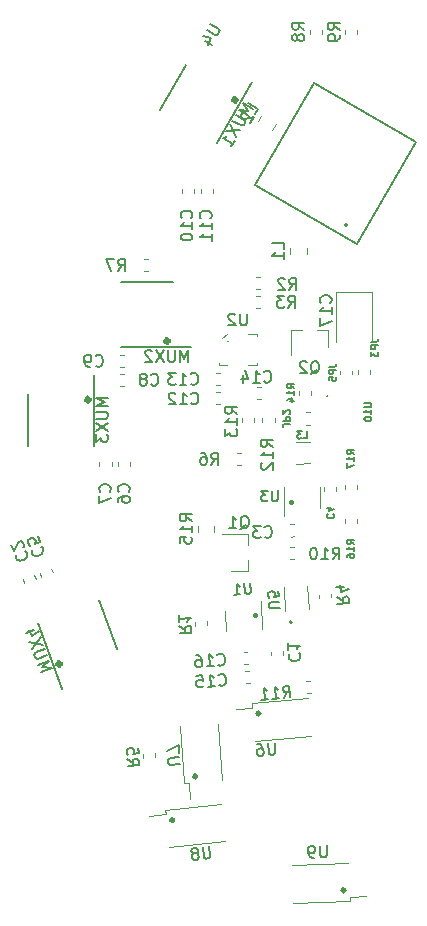
<source format=gbo>
G04 #@! TF.GenerationSoftware,KiCad,Pcbnew,(5.0.0)*
G04 #@! TF.CreationDate,2020-01-29T13:40:05+01:00*
G04 #@! TF.ProjectId,Insole_PCB,496E736F6C655F5043422E6B69636164,rev?*
G04 #@! TF.SameCoordinates,Original*
G04 #@! TF.FileFunction,Legend,Bot*
G04 #@! TF.FilePolarity,Positive*
%FSLAX46Y46*%
G04 Gerber Fmt 4.6, Leading zero omitted, Abs format (unit mm)*
G04 Created by KiCad (PCBNEW (5.0.0)) date 01/29/20 13:40:05*
%MOMM*%
%LPD*%
G01*
G04 APERTURE LIST*
%ADD10C,0.120000*%
%ADD11C,0.400000*%
%ADD12C,0.200000*%
%ADD13C,0.100000*%
%ADD14C,0.150000*%
%ADD15C,0.300000*%
G04 APERTURE END LIST*
D10*
G04 #@! TO.C,R4*
X152709340Y-177323900D02*
X152732050Y-177648665D01*
X153726856Y-177252749D02*
X153749566Y-177577514D01*
G04 #@! TO.C,C3*
X150603306Y-171387944D02*
X150277798Y-171393626D01*
X150621108Y-172407788D02*
X150295600Y-172413470D01*
D11*
G04 #@! TO.C,U3*
X150296579Y-169527226D02*
G75*
G03X150296579Y-169527226I0J0D01*
G01*
D10*
X149714325Y-168257194D02*
X149756734Y-170686824D01*
X152814574Y-169963347D02*
X152783857Y-168203615D01*
G04 #@! TO.C,L3*
X150727599Y-164421353D02*
X151931544Y-164400338D01*
X150759362Y-166241076D02*
X151963307Y-166220061D01*
D12*
G04 #@! TO.C,U2*
X145019453Y-155830707D02*
G75*
G03X145019453Y-155830707I0J0D01*
G01*
D13*
X147419453Y-155230707D02*
X147419453Y-155450707D01*
X146699453Y-155230707D02*
X147419453Y-155230707D01*
X147419453Y-157930707D02*
X146699453Y-157930707D01*
X147419453Y-157710707D02*
X147419453Y-157930707D01*
X144219453Y-157930707D02*
X144219453Y-157710707D01*
X144219453Y-157930707D02*
X144939453Y-157930707D01*
X144519453Y-155630707D02*
X144869453Y-155280707D01*
D10*
G04 #@! TO.C,C1*
X148599340Y-182153900D02*
X148622050Y-182478665D01*
X149616856Y-182082749D02*
X149639566Y-182407514D01*
G04 #@! TO.C,C2*
X127634536Y-176052175D02*
X127745883Y-176358099D01*
X128593023Y-175703315D02*
X128704370Y-176009239D01*
G04 #@! TO.C,C4*
X153118690Y-168214854D02*
X153124372Y-168540362D01*
X154138534Y-168197052D02*
X154144216Y-168522560D01*
G04 #@! TO.C,C5*
X129084536Y-175502175D02*
X129195883Y-175808099D01*
X130043023Y-175153315D02*
X130154370Y-175459239D01*
G04 #@! TO.C,C6*
X136729453Y-166430986D02*
X136729453Y-166105428D01*
X135709453Y-166430986D02*
X135709453Y-166105428D01*
G04 #@! TO.C,C7*
X135129453Y-166443486D02*
X135129453Y-166117928D01*
X134109453Y-166443486D02*
X134109453Y-166117928D01*
G04 #@! TO.C,C8*
X136169732Y-158670707D02*
X135844174Y-158670707D01*
X136169732Y-159690707D02*
X135844174Y-159690707D01*
G04 #@! TO.C,C9*
X136169732Y-157070707D02*
X135844174Y-157070707D01*
X136169732Y-158090707D02*
X135844174Y-158090707D01*
G04 #@! TO.C,C10*
X142104453Y-143305986D02*
X142104453Y-142980428D01*
X141084453Y-143305986D02*
X141084453Y-142980428D01*
G04 #@! TO.C,C11*
X143729453Y-143318486D02*
X143729453Y-142992928D01*
X142709453Y-143318486D02*
X142709453Y-142992928D01*
G04 #@! TO.C,C12*
X143969174Y-161190707D02*
X144294732Y-161190707D01*
X143969174Y-160170707D02*
X144294732Y-160170707D01*
G04 #@! TO.C,C13*
X143969174Y-159590707D02*
X144294732Y-159590707D01*
X143969174Y-158570707D02*
X144294732Y-158570707D01*
G04 #@! TO.C,C14*
X147782232Y-159770707D02*
X147456674Y-159770707D01*
X147782232Y-160790707D02*
X147456674Y-160790707D01*
G04 #@! TO.C,L1*
X151659453Y-148486959D02*
X151659453Y-147964455D01*
X150239453Y-148486959D02*
X150239453Y-147964455D01*
G04 #@! TO.C,L2*
X148753705Y-137971958D02*
X149014957Y-137519456D01*
X147523949Y-137261958D02*
X147785201Y-136809456D01*
D11*
G04 #@! TO.C,MUX1*
X145719425Y-135458464D02*
G75*
G03X145719425Y-135458464I-158114J0D01*
G01*
D14*
X147031824Y-133911461D02*
X144044324Y-139085963D01*
X141459534Y-132512951D02*
X139259534Y-136323463D01*
D11*
G04 #@! TO.C,MUX2*
X139977567Y-155880707D02*
G75*
G03X139977567Y-155880707I-158114J0D01*
G01*
D14*
X141894453Y-156380707D02*
X135919453Y-156380707D01*
X140319453Y-150855707D02*
X135919453Y-150855707D01*
D11*
G04 #@! TO.C,MUX3*
X133277567Y-160830707D02*
G75*
G03X133277567Y-160830707I-158114J0D01*
G01*
D14*
X133619453Y-158755707D02*
X133619453Y-164730707D01*
X128094453Y-160330707D02*
X128094453Y-164730707D01*
D11*
G04 #@! TO.C,MUX4*
X130847708Y-183214831D02*
G75*
G03X130847708Y-183214831I-158114J0D01*
G01*
D14*
X130929440Y-185335703D02*
X128885869Y-179721040D01*
X135582560Y-181966026D02*
X134077671Y-177831378D01*
D10*
G04 #@! TO.C,Q2*
X153499453Y-154920707D02*
X153499453Y-156380707D01*
X150339453Y-154920707D02*
X150339453Y-157080707D01*
X150339453Y-154920707D02*
X151269453Y-154920707D01*
X153499453Y-154920707D02*
X152569453Y-154920707D01*
G04 #@! TO.C,R1*
X143256058Y-179900151D02*
X143239020Y-179575039D01*
X142237456Y-179953533D02*
X142220418Y-179628421D01*
G04 #@! TO.C,R2*
X147694732Y-150470707D02*
X147369174Y-150470707D01*
X147694732Y-151490707D02*
X147369174Y-151490707D01*
G04 #@! TO.C,R3*
X147682232Y-152070707D02*
X147356674Y-152070707D01*
X147682232Y-153090707D02*
X147356674Y-153090707D01*
G04 #@! TO.C,R5*
X138839566Y-191107514D02*
X138816856Y-190782749D01*
X137822050Y-191178665D02*
X137799340Y-190853900D01*
G04 #@! TO.C,R6*
X146094732Y-165370707D02*
X145769174Y-165370707D01*
X146094732Y-166390707D02*
X145769174Y-166390707D01*
G04 #@! TO.C,R7*
X138182232Y-148920707D02*
X137856674Y-148920707D01*
X138182232Y-149940707D02*
X137856674Y-149940707D01*
G04 #@! TO.C,R8*
X152929453Y-129830986D02*
X152929453Y-129505428D01*
X151909453Y-129830986D02*
X151909453Y-129505428D01*
G04 #@! TO.C,R9*
X155929453Y-129843486D02*
X155929453Y-129517928D01*
X154909453Y-129843486D02*
X154909453Y-129517928D01*
G04 #@! TO.C,R10*
X150547732Y-173312707D02*
X150222174Y-173312707D01*
X150547732Y-174332707D02*
X150222174Y-174332707D01*
G04 #@! TO.C,R11*
X151717240Y-185702953D02*
X152041559Y-185674579D01*
X151628341Y-184686835D02*
X151952660Y-184658461D01*
G04 #@! TO.C,R12*
X148929453Y-162730986D02*
X148929453Y-162405428D01*
X147909453Y-162730986D02*
X147909453Y-162405428D01*
G04 #@! TO.C,R13*
X146209453Y-162417928D02*
X146209453Y-162743486D01*
X147229453Y-162417928D02*
X147229453Y-162743486D01*
G04 #@! TO.C,R14*
X152029453Y-160455986D02*
X152029453Y-160130428D01*
X151009453Y-160455986D02*
X151009453Y-160130428D01*
D11*
G04 #@! TO.C,U1*
X147247217Y-179031536D02*
G75*
G03X147247217Y-179031536I0J0D01*
G01*
D10*
X147873439Y-180280474D02*
X147746263Y-177853804D01*
X144715535Y-178683557D02*
X144807647Y-180441145D01*
D15*
G04 #@! TO.C,U4*
X154992977Y-146008014D02*
G75*
G03X154992977Y-146008014I0J0D01*
G01*
D14*
X147286665Y-142655738D02*
X155946919Y-147655738D01*
X152286665Y-133995484D02*
X147286665Y-142655738D01*
X160946919Y-138995484D02*
X152286665Y-133995484D01*
X155946919Y-147655738D02*
X160946919Y-138995484D01*
D12*
G04 #@! TO.C,U5*
X150210672Y-179674665D02*
G75*
G03X150410184Y-179660713I99756J6976D01*
G01*
X150410185Y-179660713D02*
G75*
G03X150210671Y-179674665I-99757J-6976D01*
G01*
X150410184Y-179660713D02*
X150410184Y-179660713D01*
X150210671Y-179674665D02*
X150210671Y-179674665D01*
D13*
X151697261Y-176563386D02*
X151836774Y-178558515D01*
X149702132Y-176702899D02*
X149841645Y-178698028D01*
D11*
G04 #@! TO.C,U6*
X147640742Y-187398776D02*
G75*
G03X147640742Y-187398776I-70710J0D01*
G01*
D10*
X147268906Y-189693754D02*
X152050641Y-189275407D01*
X146990008Y-186505931D02*
X151771743Y-186087584D01*
X147024870Y-186904409D02*
X145630198Y-187026427D01*
X146990008Y-186505931D02*
X147024870Y-186904409D01*
D11*
G04 #@! TO.C,U7*
X142274284Y-192721420D02*
G75*
G03X142274284Y-192721420I-70710J0D01*
G01*
D10*
X144492947Y-193062553D02*
X144158116Y-188274245D01*
X141300742Y-193285774D02*
X140965911Y-188497466D01*
X141699767Y-193257871D02*
X141797426Y-194654461D01*
X141300742Y-193285774D02*
X141699767Y-193257871D01*
D11*
G04 #@! TO.C,U8*
X140332628Y-196432872D02*
G75*
G03X140332628Y-196432872I-70710J0D01*
G01*
D10*
X140000891Y-198732756D02*
X144774596Y-198231019D01*
X139666400Y-195550285D02*
X144440105Y-195048549D01*
X139708212Y-195948094D02*
X138315881Y-196094434D01*
X139666400Y-195550285D02*
X139708212Y-195948094D01*
D11*
G04 #@! TO.C,U9*
X154841691Y-202374002D02*
G75*
G03X154841691Y-202374002I-70711J0D01*
G01*
D10*
X155191803Y-200097929D02*
X150394727Y-200265447D01*
X155303481Y-203295980D02*
X150506405Y-203463497D01*
X155289521Y-202896223D02*
X156688669Y-202847364D01*
X155303481Y-203295980D02*
X155289521Y-202896223D01*
G04 #@! TO.C,C15*
X146760678Y-183765527D02*
X146435913Y-183788237D01*
X146831829Y-184783043D02*
X146507064Y-184805753D01*
G04 #@! TO.C,C16*
X146641259Y-182195593D02*
X146316494Y-182218303D01*
X146712410Y-183213109D02*
X146387645Y-183235819D01*
G04 #@! TO.C,C17*
X154159453Y-151710707D02*
X154159453Y-155920707D01*
X157179453Y-151710707D02*
X154159453Y-151710707D01*
X157179453Y-155920707D02*
X157179453Y-151710707D01*
G04 #@! TO.C,Q1*
X146679453Y-175320707D02*
X146679453Y-174390707D01*
X146679453Y-172160707D02*
X146679453Y-173090707D01*
X146679453Y-172160707D02*
X144519453Y-172160707D01*
X146679453Y-175320707D02*
X145219453Y-175320707D01*
G04 #@! TO.C,R15*
X142419453Y-171544629D02*
X142419453Y-172061785D01*
X143839453Y-171544629D02*
X143839453Y-172061785D01*
G04 #@! TO.C,JP2*
X151586674Y-161910707D02*
X151912232Y-161910707D01*
X151586674Y-162930707D02*
X151912232Y-162930707D01*
G04 #@! TO.C,JP3*
X155979453Y-158673486D02*
X155979453Y-158347928D01*
X156999453Y-158673486D02*
X156999453Y-158347928D01*
G04 #@! TO.C,JP5*
X155509453Y-158693486D02*
X155509453Y-158367928D01*
X154489453Y-158693486D02*
X154489453Y-158367928D01*
G04 #@! TO.C,R16*
X155909453Y-170937928D02*
X155909453Y-171263486D01*
X154889453Y-170937928D02*
X154889453Y-171263486D01*
G04 #@! TO.C,R17*
X155919453Y-168403486D02*
X155919453Y-168077928D01*
X154899453Y-168403486D02*
X154899453Y-168077928D01*
D12*
G04 #@! TO.C,U10*
X153385453Y-160508707D02*
G75*
G03X153385453Y-160508707I-25000J0D01*
G01*
G04 #@! TO.C,R4*
D14*
X154216317Y-177548772D02*
X154714599Y-177848076D01*
X154256177Y-178118808D02*
X155253741Y-178049052D01*
X155227168Y-177669027D01*
X155173021Y-177577343D01*
X155122196Y-177533162D01*
X155023868Y-177492302D01*
X154881359Y-177502267D01*
X154789675Y-177556414D01*
X154745494Y-177607239D01*
X154704634Y-177705567D01*
X154731208Y-178085591D01*
X154821568Y-176647212D02*
X154156525Y-176693717D01*
X155218201Y-176858154D02*
X154522264Y-177145495D01*
X154479081Y-176527955D01*
G04 #@! TO.C,C3*
X148094788Y-172426781D02*
X148143231Y-172473562D01*
X148286897Y-172518681D01*
X148382121Y-172517018D01*
X148524125Y-172466913D01*
X148617686Y-172370028D01*
X148663636Y-172273973D01*
X148707924Y-172082695D01*
X148705430Y-171939859D01*
X148654494Y-171750243D01*
X148605220Y-171655851D01*
X148508335Y-171562289D01*
X148364668Y-171517171D01*
X148269445Y-171518833D01*
X148127440Y-171568938D01*
X148080660Y-171617381D01*
X147745715Y-171527975D02*
X147126762Y-171538778D01*
X147466693Y-171913855D01*
X147323857Y-171916349D01*
X147229465Y-171965622D01*
X147182684Y-172014065D01*
X147136734Y-172110120D01*
X147140890Y-172348179D01*
X147190164Y-172442572D01*
X147238607Y-172489352D01*
X147334661Y-172535302D01*
X147620332Y-172530315D01*
X147714724Y-172481042D01*
X147761505Y-172432599D01*
G04 #@! TO.C,U3*
X149198118Y-168511030D02*
X149210833Y-169239491D01*
X149169478Y-169325940D01*
X149127376Y-169369538D01*
X149042423Y-169413885D01*
X148871020Y-169416877D01*
X148784571Y-169375522D01*
X148740972Y-169333419D01*
X148696626Y-169248466D01*
X148683910Y-168520006D01*
X148341105Y-168525989D02*
X147784047Y-168535713D01*
X148089985Y-168873282D01*
X147961434Y-168875526D01*
X147876480Y-168919872D01*
X147834378Y-168963471D01*
X147793023Y-169049920D01*
X147796763Y-169264173D01*
X147841109Y-169349126D01*
X147884708Y-169391229D01*
X147971157Y-169432584D01*
X148228261Y-169428096D01*
X148313214Y-169383750D01*
X148355317Y-169340151D01*
G04 #@! TO.C,L3*
X151384174Y-164110348D02*
X151669845Y-164105362D01*
X151659374Y-163505453D01*
X151230868Y-163512933D02*
X150859496Y-163519415D01*
X151063454Y-163744462D01*
X150977753Y-163745957D01*
X150921117Y-163775522D01*
X150893049Y-163804588D01*
X150865479Y-163862220D01*
X150867972Y-164005056D01*
X150897537Y-164061691D01*
X150926602Y-164089760D01*
X150984235Y-164117329D01*
X151155638Y-164114338D01*
X151212273Y-164084773D01*
X151240342Y-164055708D01*
G04 #@! TO.C,U2*
X146581357Y-153533087D02*
X146581357Y-154342611D01*
X146533738Y-154437849D01*
X146486119Y-154485468D01*
X146390881Y-154533087D01*
X146200405Y-154533087D01*
X146105167Y-154485468D01*
X146057548Y-154437849D01*
X146009929Y-154342611D01*
X146009929Y-153533087D01*
X145581357Y-153628326D02*
X145533738Y-153580707D01*
X145438500Y-153533087D01*
X145200405Y-153533087D01*
X145105167Y-153580707D01*
X145057548Y-153628326D01*
X145009929Y-153723564D01*
X145009929Y-153818802D01*
X145057548Y-153961659D01*
X145628976Y-154533087D01*
X145009929Y-154533087D01*
G04 #@! TO.C,C1*
X150201323Y-182372128D02*
X150157141Y-182422953D01*
X150119604Y-182568784D01*
X150126247Y-182663790D01*
X150183715Y-182802977D01*
X150285365Y-182891340D01*
X150383693Y-182932200D01*
X150577027Y-182966416D01*
X150719536Y-182956450D01*
X150906226Y-182895660D01*
X150997911Y-182841514D01*
X151086273Y-182739864D01*
X151123811Y-182594034D01*
X151117168Y-182499027D01*
X151059699Y-182359840D01*
X151008875Y-182315659D01*
X150039882Y-181428711D02*
X150079743Y-181998747D01*
X150059812Y-181713729D02*
X151057376Y-181643973D01*
X150921511Y-181748944D01*
X150833148Y-181850593D01*
X150792288Y-181948921D01*
G04 #@! TO.C,C2*
X127040851Y-173959472D02*
X127012391Y-174020506D01*
X127016504Y-174171034D01*
X127049077Y-174260529D01*
X127142684Y-174378484D01*
X127264752Y-174435405D01*
X127370533Y-174447579D01*
X127565809Y-174427180D01*
X127700051Y-174378320D01*
X127862753Y-174268426D01*
X127935961Y-174191105D01*
X127992882Y-174069037D01*
X127988769Y-173918509D01*
X127956196Y-173829014D01*
X127862589Y-173711059D01*
X127801555Y-173682599D01*
X127671262Y-173324620D02*
X127699722Y-173263586D01*
X127711896Y-173157805D01*
X127630463Y-172934069D01*
X127553142Y-172860861D01*
X127492108Y-172832400D01*
X127386327Y-172820227D01*
X127296832Y-172852800D01*
X127178877Y-172946407D01*
X126837350Y-173678814D01*
X126625623Y-173097100D01*
G04 #@! TO.C,C4*
X153418945Y-170504431D02*
X153390876Y-170533497D01*
X153363805Y-170619697D01*
X153364802Y-170676831D01*
X153394865Y-170762033D01*
X153452997Y-170818170D01*
X153510630Y-170845740D01*
X153625397Y-170872313D01*
X153711098Y-170870817D01*
X153824867Y-170840255D01*
X153881503Y-170810691D01*
X153937640Y-170752559D01*
X153964711Y-170666359D01*
X153963714Y-170609225D01*
X153933651Y-170524023D01*
X153904585Y-170495954D01*
X153752774Y-169984240D02*
X153352835Y-169991221D01*
X153983804Y-170123086D02*
X153557791Y-170273401D01*
X153551309Y-169902029D01*
G04 #@! TO.C,C5*
X128390851Y-173559472D02*
X128362391Y-173620506D01*
X128366504Y-173771034D01*
X128399077Y-173860529D01*
X128492684Y-173978484D01*
X128614752Y-174035405D01*
X128720533Y-174047579D01*
X128915809Y-174027180D01*
X129050051Y-173978320D01*
X129212753Y-173868426D01*
X129285961Y-173791105D01*
X129342882Y-173669037D01*
X129338769Y-173518509D01*
X129306196Y-173429014D01*
X129212589Y-173311059D01*
X129151555Y-173282599D01*
X128931603Y-172399827D02*
X129094469Y-172847300D01*
X128663283Y-173054914D01*
X128691744Y-172993880D01*
X128703918Y-172888099D01*
X128622485Y-172664362D01*
X128545164Y-172591154D01*
X128484130Y-172562694D01*
X128378349Y-172550520D01*
X128154612Y-172631953D01*
X128081405Y-172709274D01*
X128052944Y-172770308D01*
X128040770Y-172876089D01*
X128122203Y-173099825D01*
X128199524Y-173173033D01*
X128260558Y-173201494D01*
G04 #@! TO.C,C6*
X136576595Y-168614040D02*
X136624214Y-168566421D01*
X136671833Y-168423564D01*
X136671833Y-168328326D01*
X136624214Y-168185468D01*
X136528976Y-168090230D01*
X136433738Y-168042611D01*
X136243262Y-167994992D01*
X136100405Y-167994992D01*
X135909929Y-168042611D01*
X135814691Y-168090230D01*
X135719453Y-168185468D01*
X135671833Y-168328326D01*
X135671833Y-168423564D01*
X135719453Y-168566421D01*
X135767072Y-168614040D01*
X135671833Y-169471183D02*
X135671833Y-169280707D01*
X135719453Y-169185468D01*
X135767072Y-169137849D01*
X135909929Y-169042611D01*
X136100405Y-168994992D01*
X136481357Y-168994992D01*
X136576595Y-169042611D01*
X136624214Y-169090230D01*
X136671833Y-169185468D01*
X136671833Y-169375945D01*
X136624214Y-169471183D01*
X136576595Y-169518802D01*
X136481357Y-169566421D01*
X136243262Y-169566421D01*
X136148024Y-169518802D01*
X136100405Y-169471183D01*
X136052786Y-169375945D01*
X136052786Y-169185468D01*
X136100405Y-169090230D01*
X136148024Y-169042611D01*
X136243262Y-168994992D01*
G04 #@! TO.C,C7*
X134976595Y-168614040D02*
X135024214Y-168566421D01*
X135071833Y-168423564D01*
X135071833Y-168328326D01*
X135024214Y-168185468D01*
X134928976Y-168090230D01*
X134833738Y-168042611D01*
X134643262Y-167994992D01*
X134500405Y-167994992D01*
X134309929Y-168042611D01*
X134214691Y-168090230D01*
X134119453Y-168185468D01*
X134071833Y-168328326D01*
X134071833Y-168423564D01*
X134119453Y-168566421D01*
X134167072Y-168614040D01*
X134071833Y-168947373D02*
X134071833Y-169614040D01*
X135071833Y-169185468D01*
G04 #@! TO.C,C8*
X138486119Y-159537849D02*
X138533738Y-159585468D01*
X138676595Y-159633087D01*
X138771833Y-159633087D01*
X138914691Y-159585468D01*
X139009929Y-159490230D01*
X139057548Y-159394992D01*
X139105167Y-159204516D01*
X139105167Y-159061659D01*
X139057548Y-158871183D01*
X139009929Y-158775945D01*
X138914691Y-158680707D01*
X138771833Y-158633087D01*
X138676595Y-158633087D01*
X138533738Y-158680707D01*
X138486119Y-158728326D01*
X137914691Y-159061659D02*
X138009929Y-159014040D01*
X138057548Y-158966421D01*
X138105167Y-158871183D01*
X138105167Y-158823564D01*
X138057548Y-158728326D01*
X138009929Y-158680707D01*
X137914691Y-158633087D01*
X137724214Y-158633087D01*
X137628976Y-158680707D01*
X137581357Y-158728326D01*
X137533738Y-158823564D01*
X137533738Y-158871183D01*
X137581357Y-158966421D01*
X137628976Y-159014040D01*
X137724214Y-159061659D01*
X137914691Y-159061659D01*
X138009929Y-159109278D01*
X138057548Y-159156897D01*
X138105167Y-159252135D01*
X138105167Y-159442611D01*
X138057548Y-159537849D01*
X138009929Y-159585468D01*
X137914691Y-159633087D01*
X137724214Y-159633087D01*
X137628976Y-159585468D01*
X137581357Y-159537849D01*
X137533738Y-159442611D01*
X137533738Y-159252135D01*
X137581357Y-159156897D01*
X137628976Y-159109278D01*
X137724214Y-159061659D01*
G04 #@! TO.C,C9*
X133786119Y-157937849D02*
X133833738Y-157985468D01*
X133976595Y-158033087D01*
X134071833Y-158033087D01*
X134214691Y-157985468D01*
X134309929Y-157890230D01*
X134357548Y-157794992D01*
X134405167Y-157604516D01*
X134405167Y-157461659D01*
X134357548Y-157271183D01*
X134309929Y-157175945D01*
X134214691Y-157080707D01*
X134071833Y-157033087D01*
X133976595Y-157033087D01*
X133833738Y-157080707D01*
X133786119Y-157128326D01*
X133309929Y-158033087D02*
X133119453Y-158033087D01*
X133024214Y-157985468D01*
X132976595Y-157937849D01*
X132881357Y-157794992D01*
X132833738Y-157604516D01*
X132833738Y-157223564D01*
X132881357Y-157128326D01*
X132928976Y-157080707D01*
X133024214Y-157033087D01*
X133214691Y-157033087D01*
X133309929Y-157080707D01*
X133357548Y-157128326D01*
X133405167Y-157223564D01*
X133405167Y-157461659D01*
X133357548Y-157556897D01*
X133309929Y-157604516D01*
X133214691Y-157652135D01*
X133024214Y-157652135D01*
X132928976Y-157604516D01*
X132881357Y-157556897D01*
X132833738Y-157461659D01*
G04 #@! TO.C,C10*
X141876595Y-145437849D02*
X141924214Y-145390230D01*
X141971833Y-145247373D01*
X141971833Y-145152135D01*
X141924214Y-145009278D01*
X141828976Y-144914040D01*
X141733738Y-144866421D01*
X141543262Y-144818802D01*
X141400405Y-144818802D01*
X141209929Y-144866421D01*
X141114691Y-144914040D01*
X141019453Y-145009278D01*
X140971833Y-145152135D01*
X140971833Y-145247373D01*
X141019453Y-145390230D01*
X141067072Y-145437849D01*
X141971833Y-146390230D02*
X141971833Y-145818802D01*
X141971833Y-146104516D02*
X140971833Y-146104516D01*
X141114691Y-146009278D01*
X141209929Y-145914040D01*
X141257548Y-145818802D01*
X140971833Y-147009278D02*
X140971833Y-147104516D01*
X141019453Y-147199754D01*
X141067072Y-147247373D01*
X141162310Y-147294992D01*
X141352786Y-147342611D01*
X141590881Y-147342611D01*
X141781357Y-147294992D01*
X141876595Y-147247373D01*
X141924214Y-147199754D01*
X141971833Y-147104516D01*
X141971833Y-147009278D01*
X141924214Y-146914040D01*
X141876595Y-146866421D01*
X141781357Y-146818802D01*
X141590881Y-146771183D01*
X141352786Y-146771183D01*
X141162310Y-146818802D01*
X141067072Y-146866421D01*
X141019453Y-146914040D01*
X140971833Y-147009278D01*
G04 #@! TO.C,C11*
X143501595Y-145462849D02*
X143549214Y-145415230D01*
X143596833Y-145272373D01*
X143596833Y-145177135D01*
X143549214Y-145034278D01*
X143453976Y-144939040D01*
X143358738Y-144891421D01*
X143168262Y-144843802D01*
X143025405Y-144843802D01*
X142834929Y-144891421D01*
X142739691Y-144939040D01*
X142644453Y-145034278D01*
X142596833Y-145177135D01*
X142596833Y-145272373D01*
X142644453Y-145415230D01*
X142692072Y-145462849D01*
X143596833Y-146415230D02*
X143596833Y-145843802D01*
X143596833Y-146129516D02*
X142596833Y-146129516D01*
X142739691Y-146034278D01*
X142834929Y-145939040D01*
X142882548Y-145843802D01*
X143596833Y-147367611D02*
X143596833Y-146796183D01*
X143596833Y-147081897D02*
X142596833Y-147081897D01*
X142739691Y-146986659D01*
X142834929Y-146891421D01*
X142882548Y-146796183D01*
G04 #@! TO.C,C12*
X141862310Y-161137849D02*
X141909929Y-161185468D01*
X142052786Y-161233087D01*
X142148024Y-161233087D01*
X142290881Y-161185468D01*
X142386119Y-161090230D01*
X142433738Y-160994992D01*
X142481357Y-160804516D01*
X142481357Y-160661659D01*
X142433738Y-160471183D01*
X142386119Y-160375945D01*
X142290881Y-160280707D01*
X142148024Y-160233087D01*
X142052786Y-160233087D01*
X141909929Y-160280707D01*
X141862310Y-160328326D01*
X140909929Y-161233087D02*
X141481357Y-161233087D01*
X141195643Y-161233087D02*
X141195643Y-160233087D01*
X141290881Y-160375945D01*
X141386119Y-160471183D01*
X141481357Y-160518802D01*
X140528976Y-160328326D02*
X140481357Y-160280707D01*
X140386119Y-160233087D01*
X140148024Y-160233087D01*
X140052786Y-160280707D01*
X140005167Y-160328326D01*
X139957548Y-160423564D01*
X139957548Y-160518802D01*
X140005167Y-160661659D01*
X140576595Y-161233087D01*
X139957548Y-161233087D01*
G04 #@! TO.C,C13*
X141852310Y-159467849D02*
X141899929Y-159515468D01*
X142042786Y-159563087D01*
X142138024Y-159563087D01*
X142280881Y-159515468D01*
X142376119Y-159420230D01*
X142423738Y-159324992D01*
X142471357Y-159134516D01*
X142471357Y-158991659D01*
X142423738Y-158801183D01*
X142376119Y-158705945D01*
X142280881Y-158610707D01*
X142138024Y-158563087D01*
X142042786Y-158563087D01*
X141899929Y-158610707D01*
X141852310Y-158658326D01*
X140899929Y-159563087D02*
X141471357Y-159563087D01*
X141185643Y-159563087D02*
X141185643Y-158563087D01*
X141280881Y-158705945D01*
X141376119Y-158801183D01*
X141471357Y-158848802D01*
X140566595Y-158563087D02*
X139947548Y-158563087D01*
X140280881Y-158944040D01*
X140138024Y-158944040D01*
X140042786Y-158991659D01*
X139995167Y-159039278D01*
X139947548Y-159134516D01*
X139947548Y-159372611D01*
X139995167Y-159467849D01*
X140042786Y-159515468D01*
X140138024Y-159563087D01*
X140423738Y-159563087D01*
X140518976Y-159515468D01*
X140566595Y-159467849D01*
G04 #@! TO.C,C14*
X148042310Y-159287849D02*
X148089929Y-159335468D01*
X148232786Y-159383087D01*
X148328024Y-159383087D01*
X148470881Y-159335468D01*
X148566119Y-159240230D01*
X148613738Y-159144992D01*
X148661357Y-158954516D01*
X148661357Y-158811659D01*
X148613738Y-158621183D01*
X148566119Y-158525945D01*
X148470881Y-158430707D01*
X148328024Y-158383087D01*
X148232786Y-158383087D01*
X148089929Y-158430707D01*
X148042310Y-158478326D01*
X147089929Y-159383087D02*
X147661357Y-159383087D01*
X147375643Y-159383087D02*
X147375643Y-158383087D01*
X147470881Y-158525945D01*
X147566119Y-158621183D01*
X147661357Y-158668802D01*
X146232786Y-158716421D02*
X146232786Y-159383087D01*
X146470881Y-158335468D02*
X146708976Y-159049754D01*
X146089929Y-159049754D01*
G04 #@! TO.C,L1*
X149751833Y-148059040D02*
X149751833Y-147582849D01*
X148751833Y-147582849D01*
X149751833Y-148916183D02*
X149751833Y-148344754D01*
X149751833Y-148630468D02*
X148751833Y-148630468D01*
X148894691Y-148535230D01*
X148989929Y-148439992D01*
X149037548Y-148344754D01*
G04 #@! TO.C,L2*
X147315617Y-136647559D02*
X147553712Y-136235166D01*
X146687687Y-135735166D01*
X146389213Y-136442614D02*
X146324164Y-136460044D01*
X146235306Y-136518713D01*
X146116258Y-136724910D01*
X146109879Y-136831198D01*
X146127309Y-136896247D01*
X146185978Y-136985105D01*
X146268456Y-137032724D01*
X146415984Y-137062913D01*
X147196570Y-136853756D01*
X146887046Y-137389867D01*
G04 #@! TO.C,MUX1*
X147090378Y-136214803D02*
X146224352Y-135714803D01*
X146676275Y-136360621D01*
X145891019Y-136292154D01*
X146757044Y-136792154D01*
X145652924Y-136704547D02*
X146353992Y-137109309D01*
X146412661Y-137198167D01*
X146430091Y-137263216D01*
X146423711Y-137369504D01*
X146328473Y-137534461D01*
X146239615Y-137593130D01*
X146174566Y-137610560D01*
X146068278Y-137604180D01*
X145367210Y-137199418D01*
X145176733Y-137529333D02*
X145709425Y-138606683D01*
X144843400Y-138106683D02*
X146042759Y-138029333D01*
X145257044Y-139390230D02*
X145542759Y-138895358D01*
X145399902Y-139142794D02*
X144533876Y-138642794D01*
X144705213Y-138631744D01*
X144835311Y-138596884D01*
X144924169Y-138538215D01*
G04 #@! TO.C,MUX2*
X141628976Y-157633087D02*
X141628976Y-156633087D01*
X141295643Y-157347373D01*
X140962310Y-156633087D01*
X140962310Y-157633087D01*
X140486119Y-156633087D02*
X140486119Y-157442611D01*
X140438500Y-157537849D01*
X140390881Y-157585468D01*
X140295643Y-157633087D01*
X140105167Y-157633087D01*
X140009929Y-157585468D01*
X139962310Y-157537849D01*
X139914691Y-157442611D01*
X139914691Y-156633087D01*
X139533738Y-156633087D02*
X138867072Y-157633087D01*
X138867072Y-156633087D02*
X139533738Y-157633087D01*
X138533738Y-156728326D02*
X138486119Y-156680707D01*
X138390881Y-156633087D01*
X138152786Y-156633087D01*
X138057548Y-156680707D01*
X138009929Y-156728326D01*
X137962310Y-156823564D01*
X137962310Y-156918802D01*
X138009929Y-157061659D01*
X138581357Y-157633087D01*
X137962310Y-157633087D01*
G04 #@! TO.C,MUX3*
X134821833Y-160721183D02*
X133821833Y-160721183D01*
X134536119Y-161054516D01*
X133821833Y-161387849D01*
X134821833Y-161387849D01*
X133821833Y-161864040D02*
X134631357Y-161864040D01*
X134726595Y-161911659D01*
X134774214Y-161959278D01*
X134821833Y-162054516D01*
X134821833Y-162244992D01*
X134774214Y-162340230D01*
X134726595Y-162387849D01*
X134631357Y-162435468D01*
X133821833Y-162435468D01*
X133821833Y-162816421D02*
X134821833Y-163483087D01*
X133821833Y-163483087D02*
X134821833Y-162816421D01*
X133821833Y-163768802D02*
X133821833Y-164387849D01*
X134202786Y-164054516D01*
X134202786Y-164197373D01*
X134250405Y-164292611D01*
X134298024Y-164340230D01*
X134393262Y-164387849D01*
X134631357Y-164387849D01*
X134726595Y-164340230D01*
X134774214Y-164292611D01*
X134821833Y-164197373D01*
X134821833Y-163911659D01*
X134774214Y-163816421D01*
X134726595Y-163768802D01*
G04 #@! TO.C,MUX4*
X129127338Y-183899998D02*
X130067031Y-183557978D01*
X129281815Y-183489047D01*
X129839017Y-182931516D01*
X128899325Y-183273536D01*
X129676151Y-182484044D02*
X128915447Y-182760917D01*
X128809666Y-182748743D01*
X128748632Y-182720282D01*
X128671311Y-182647075D01*
X128606164Y-182468086D01*
X128618338Y-182362304D01*
X128646799Y-182301270D01*
X128720007Y-182223950D01*
X129480710Y-181947076D01*
X129350417Y-181589098D02*
X128182711Y-181304657D01*
X129122404Y-180962636D02*
X128410724Y-181931118D01*
X128532299Y-180315940D02*
X127905838Y-180543953D01*
X128971711Y-180409383D02*
X128381935Y-180877419D01*
X128170208Y-180295704D01*
G04 #@! TO.C,Q2*
X151984691Y-158658326D02*
X152079929Y-158610707D01*
X152175167Y-158515468D01*
X152318024Y-158372611D01*
X152413262Y-158324992D01*
X152508500Y-158324992D01*
X152460881Y-158563087D02*
X152556119Y-158515468D01*
X152651357Y-158420230D01*
X152698976Y-158229754D01*
X152698976Y-157896421D01*
X152651357Y-157705945D01*
X152556119Y-157610707D01*
X152460881Y-157563087D01*
X152270405Y-157563087D01*
X152175167Y-157610707D01*
X152079929Y-157705945D01*
X152032310Y-157896421D01*
X152032310Y-158229754D01*
X152079929Y-158420230D01*
X152175167Y-158515468D01*
X152270405Y-158563087D01*
X152460881Y-158563087D01*
X151651357Y-157658326D02*
X151603738Y-157610707D01*
X151508500Y-157563087D01*
X151270405Y-157563087D01*
X151175167Y-157610707D01*
X151127548Y-157658326D01*
X151079929Y-157753564D01*
X151079929Y-157848802D01*
X151127548Y-157991659D01*
X151698976Y-158563087D01*
X151079929Y-158563087D01*
G04 #@! TO.C,R1*
X140867159Y-180029240D02*
X141360142Y-180337194D01*
X140897065Y-180599885D02*
X141895695Y-180547549D01*
X141875757Y-180167119D01*
X141823219Y-180074503D01*
X141773173Y-180029442D01*
X141675574Y-179986872D01*
X141532912Y-179994349D01*
X141440297Y-180046887D01*
X141395235Y-180096933D01*
X141352666Y-180194533D01*
X141372603Y-180574963D01*
X140817315Y-179078164D02*
X140847222Y-179648809D01*
X140832269Y-179363487D02*
X141830898Y-179311151D01*
X141693221Y-179413735D01*
X141603098Y-179513827D01*
X141560528Y-179611426D01*
G04 #@! TO.C,R2*
X150186119Y-151533087D02*
X150519453Y-151056897D01*
X150757548Y-151533087D02*
X150757548Y-150533087D01*
X150376595Y-150533087D01*
X150281357Y-150580707D01*
X150233738Y-150628326D01*
X150186119Y-150723564D01*
X150186119Y-150866421D01*
X150233738Y-150961659D01*
X150281357Y-151009278D01*
X150376595Y-151056897D01*
X150757548Y-151056897D01*
X149805167Y-150628326D02*
X149757548Y-150580707D01*
X149662310Y-150533087D01*
X149424214Y-150533087D01*
X149328976Y-150580707D01*
X149281357Y-150628326D01*
X149233738Y-150723564D01*
X149233738Y-150818802D01*
X149281357Y-150961659D01*
X149852786Y-151533087D01*
X149233738Y-151533087D01*
G04 #@! TO.C,R3*
X150086119Y-153033087D02*
X150419453Y-152556897D01*
X150657548Y-153033087D02*
X150657548Y-152033087D01*
X150276595Y-152033087D01*
X150181357Y-152080707D01*
X150133738Y-152128326D01*
X150086119Y-152223564D01*
X150086119Y-152366421D01*
X150133738Y-152461659D01*
X150181357Y-152509278D01*
X150276595Y-152556897D01*
X150657548Y-152556897D01*
X149752786Y-152033087D02*
X149133738Y-152033087D01*
X149467072Y-152414040D01*
X149324214Y-152414040D01*
X149228976Y-152461659D01*
X149181357Y-152509278D01*
X149133738Y-152604516D01*
X149133738Y-152842611D01*
X149181357Y-152937849D01*
X149228976Y-152985468D01*
X149324214Y-153033087D01*
X149609929Y-153033087D01*
X149705167Y-152985468D01*
X149752786Y-152937849D01*
G04 #@! TO.C,R5*
X136453283Y-191278276D02*
X136951565Y-191577580D01*
X136493143Y-191848312D02*
X137490707Y-191778556D01*
X137464134Y-191398531D01*
X137409987Y-191306847D01*
X137359162Y-191262666D01*
X137260834Y-191221806D01*
X137118325Y-191231771D01*
X137026641Y-191285918D01*
X136982460Y-191336743D01*
X136941600Y-191435071D01*
X136968174Y-191815095D01*
X137387734Y-190305961D02*
X137420951Y-190780992D01*
X136949242Y-190861712D01*
X136993424Y-190810887D01*
X137034283Y-190712560D01*
X137017674Y-190475044D01*
X136963528Y-190383360D01*
X136912703Y-190339179D01*
X136814375Y-190298319D01*
X136576860Y-190314928D01*
X136485176Y-190369074D01*
X136440994Y-190419899D01*
X136400135Y-190518227D01*
X136416743Y-190755742D01*
X136470890Y-190847426D01*
X136521715Y-190891608D01*
G04 #@! TO.C,R6*
X143586119Y-166333087D02*
X143919453Y-165856897D01*
X144157548Y-166333087D02*
X144157548Y-165333087D01*
X143776595Y-165333087D01*
X143681357Y-165380707D01*
X143633738Y-165428326D01*
X143586119Y-165523564D01*
X143586119Y-165666421D01*
X143633738Y-165761659D01*
X143681357Y-165809278D01*
X143776595Y-165856897D01*
X144157548Y-165856897D01*
X142728976Y-165333087D02*
X142919453Y-165333087D01*
X143014691Y-165380707D01*
X143062310Y-165428326D01*
X143157548Y-165571183D01*
X143205167Y-165761659D01*
X143205167Y-166142611D01*
X143157548Y-166237849D01*
X143109929Y-166285468D01*
X143014691Y-166333087D01*
X142824214Y-166333087D01*
X142728976Y-166285468D01*
X142681357Y-166237849D01*
X142633738Y-166142611D01*
X142633738Y-165904516D01*
X142681357Y-165809278D01*
X142728976Y-165761659D01*
X142824214Y-165714040D01*
X143014691Y-165714040D01*
X143109929Y-165761659D01*
X143157548Y-165809278D01*
X143205167Y-165904516D01*
G04 #@! TO.C,R7*
X135686119Y-149933087D02*
X136019453Y-149456897D01*
X136257548Y-149933087D02*
X136257548Y-148933087D01*
X135876595Y-148933087D01*
X135781357Y-148980707D01*
X135733738Y-149028326D01*
X135686119Y-149123564D01*
X135686119Y-149266421D01*
X135733738Y-149361659D01*
X135781357Y-149409278D01*
X135876595Y-149456897D01*
X136257548Y-149456897D01*
X135352786Y-148933087D02*
X134686119Y-148933087D01*
X135114691Y-149933087D01*
G04 #@! TO.C,R8*
X151441833Y-129501540D02*
X150965643Y-129168207D01*
X151441833Y-128930111D02*
X150441833Y-128930111D01*
X150441833Y-129311064D01*
X150489453Y-129406302D01*
X150537072Y-129453921D01*
X150632310Y-129501540D01*
X150775167Y-129501540D01*
X150870405Y-129453921D01*
X150918024Y-129406302D01*
X150965643Y-129311064D01*
X150965643Y-128930111D01*
X150870405Y-130072968D02*
X150822786Y-129977730D01*
X150775167Y-129930111D01*
X150679929Y-129882492D01*
X150632310Y-129882492D01*
X150537072Y-129930111D01*
X150489453Y-129977730D01*
X150441833Y-130072968D01*
X150441833Y-130263445D01*
X150489453Y-130358683D01*
X150537072Y-130406302D01*
X150632310Y-130453921D01*
X150679929Y-130453921D01*
X150775167Y-130406302D01*
X150822786Y-130358683D01*
X150870405Y-130263445D01*
X150870405Y-130072968D01*
X150918024Y-129977730D01*
X150965643Y-129930111D01*
X151060881Y-129882492D01*
X151251357Y-129882492D01*
X151346595Y-129930111D01*
X151394214Y-129977730D01*
X151441833Y-130072968D01*
X151441833Y-130263445D01*
X151394214Y-130358683D01*
X151346595Y-130406302D01*
X151251357Y-130453921D01*
X151060881Y-130453921D01*
X150965643Y-130406302D01*
X150918024Y-130358683D01*
X150870405Y-130263445D01*
G04 #@! TO.C,R9*
X154441833Y-129514040D02*
X153965643Y-129180707D01*
X154441833Y-128942611D02*
X153441833Y-128942611D01*
X153441833Y-129323564D01*
X153489453Y-129418802D01*
X153537072Y-129466421D01*
X153632310Y-129514040D01*
X153775167Y-129514040D01*
X153870405Y-129466421D01*
X153918024Y-129418802D01*
X153965643Y-129323564D01*
X153965643Y-128942611D01*
X154441833Y-129990230D02*
X154441833Y-130180707D01*
X154394214Y-130275945D01*
X154346595Y-130323564D01*
X154203738Y-130418802D01*
X154013262Y-130466421D01*
X153632310Y-130466421D01*
X153537072Y-130418802D01*
X153489453Y-130371183D01*
X153441833Y-130275945D01*
X153441833Y-130085468D01*
X153489453Y-129990230D01*
X153537072Y-129942611D01*
X153632310Y-129894992D01*
X153870405Y-129894992D01*
X153965643Y-129942611D01*
X154013262Y-129990230D01*
X154060881Y-130085468D01*
X154060881Y-130275945D01*
X154013262Y-130371183D01*
X153965643Y-130418802D01*
X153870405Y-130466421D01*
G04 #@! TO.C,R10*
X153852310Y-174353087D02*
X154185643Y-173876897D01*
X154423738Y-174353087D02*
X154423738Y-173353087D01*
X154042786Y-173353087D01*
X153947548Y-173400707D01*
X153899929Y-173448326D01*
X153852310Y-173543564D01*
X153852310Y-173686421D01*
X153899929Y-173781659D01*
X153947548Y-173829278D01*
X154042786Y-173876897D01*
X154423738Y-173876897D01*
X152899929Y-174353087D02*
X153471357Y-174353087D01*
X153185643Y-174353087D02*
X153185643Y-173353087D01*
X153280881Y-173495945D01*
X153376119Y-173591183D01*
X153471357Y-173638802D01*
X152280881Y-173353087D02*
X152185643Y-173353087D01*
X152090405Y-173400707D01*
X152042786Y-173448326D01*
X151995167Y-173543564D01*
X151947548Y-173734040D01*
X151947548Y-173972135D01*
X151995167Y-174162611D01*
X152042786Y-174257849D01*
X152090405Y-174305468D01*
X152185643Y-174353087D01*
X152280881Y-174353087D01*
X152376119Y-174305468D01*
X152423738Y-174257849D01*
X152471357Y-174162611D01*
X152518976Y-173972135D01*
X152518976Y-173734040D01*
X152471357Y-173543564D01*
X152423738Y-173448326D01*
X152376119Y-173400707D01*
X152280881Y-173353087D01*
G04 #@! TO.C,R11*
X149699291Y-186075337D02*
X149989853Y-185571907D01*
X150268545Y-186025534D02*
X150181389Y-185029339D01*
X149801887Y-185062542D01*
X149711161Y-185118280D01*
X149667874Y-185169868D01*
X149628736Y-185268894D01*
X149641187Y-185411208D01*
X149696926Y-185501933D01*
X149748514Y-185545220D01*
X149847540Y-185584358D01*
X150227042Y-185551156D01*
X148750534Y-186158343D02*
X149319788Y-186108540D01*
X149035161Y-186133441D02*
X148948005Y-185137246D01*
X149055332Y-185271259D01*
X149158508Y-185357835D01*
X149257534Y-185396972D01*
X147801777Y-186241348D02*
X148371031Y-186191545D01*
X148086404Y-186216447D02*
X147999249Y-185220252D01*
X148106575Y-185354265D01*
X148209751Y-185440840D01*
X148308777Y-185479977D01*
G04 #@! TO.C,R12*
X148771833Y-164837849D02*
X148295643Y-164504516D01*
X148771833Y-164266421D02*
X147771833Y-164266421D01*
X147771833Y-164647373D01*
X147819453Y-164742611D01*
X147867072Y-164790230D01*
X147962310Y-164837849D01*
X148105167Y-164837849D01*
X148200405Y-164790230D01*
X148248024Y-164742611D01*
X148295643Y-164647373D01*
X148295643Y-164266421D01*
X148771833Y-165790230D02*
X148771833Y-165218802D01*
X148771833Y-165504516D02*
X147771833Y-165504516D01*
X147914691Y-165409278D01*
X148009929Y-165314040D01*
X148057548Y-165218802D01*
X147867072Y-166171183D02*
X147819453Y-166218802D01*
X147771833Y-166314040D01*
X147771833Y-166552135D01*
X147819453Y-166647373D01*
X147867072Y-166694992D01*
X147962310Y-166742611D01*
X148057548Y-166742611D01*
X148200405Y-166694992D01*
X148771833Y-166123564D01*
X148771833Y-166742611D01*
G04 #@! TO.C,R13*
X145771833Y-162037849D02*
X145295643Y-161704516D01*
X145771833Y-161466421D02*
X144771833Y-161466421D01*
X144771833Y-161847373D01*
X144819453Y-161942611D01*
X144867072Y-161990230D01*
X144962310Y-162037849D01*
X145105167Y-162037849D01*
X145200405Y-161990230D01*
X145248024Y-161942611D01*
X145295643Y-161847373D01*
X145295643Y-161466421D01*
X145771833Y-162990230D02*
X145771833Y-162418802D01*
X145771833Y-162704516D02*
X144771833Y-162704516D01*
X144914691Y-162609278D01*
X145009929Y-162514040D01*
X145057548Y-162418802D01*
X144771833Y-163323564D02*
X144771833Y-163942611D01*
X145152786Y-163609278D01*
X145152786Y-163752135D01*
X145200405Y-163847373D01*
X145248024Y-163894992D01*
X145343262Y-163942611D01*
X145581357Y-163942611D01*
X145676595Y-163894992D01*
X145724214Y-163847373D01*
X145771833Y-163752135D01*
X145771833Y-163466421D01*
X145724214Y-163371183D01*
X145676595Y-163323564D01*
G04 #@! TO.C,R14*
X150610881Y-159874992D02*
X150325167Y-159674992D01*
X150610881Y-159532135D02*
X150010881Y-159532135D01*
X150010881Y-159760707D01*
X150039453Y-159817849D01*
X150068024Y-159846421D01*
X150125167Y-159874992D01*
X150210881Y-159874992D01*
X150268024Y-159846421D01*
X150296595Y-159817849D01*
X150325167Y-159760707D01*
X150325167Y-159532135D01*
X150610881Y-160446421D02*
X150610881Y-160103564D01*
X150610881Y-160274992D02*
X150010881Y-160274992D01*
X150096595Y-160217849D01*
X150153738Y-160160707D01*
X150182310Y-160103564D01*
X150210881Y-160960707D02*
X150610881Y-160960707D01*
X149982310Y-160817849D02*
X150410881Y-160674992D01*
X150410881Y-161046421D01*
G04 #@! TO.C,U1*
X146878433Y-176352637D02*
X146916563Y-177080210D01*
X146878251Y-177168050D01*
X146837695Y-177213091D01*
X146754342Y-177260376D01*
X146583148Y-177269348D01*
X146495308Y-177231035D01*
X146450267Y-177190480D01*
X146402982Y-177107126D01*
X146364852Y-176379553D01*
X145513188Y-177325422D02*
X146026769Y-177298506D01*
X145769978Y-177311964D02*
X145722876Y-176413197D01*
X145815202Y-176537107D01*
X145905284Y-176618218D01*
X145993124Y-176656530D01*
G04 #@! TO.C,U4*
X143497823Y-129022966D02*
X144198891Y-129427728D01*
X144257560Y-129516586D01*
X144274990Y-129581635D01*
X144268610Y-129687923D01*
X144173372Y-129852881D01*
X144084514Y-129911550D01*
X144019465Y-129928979D01*
X143913177Y-129922600D01*
X143212109Y-129517838D01*
X143048403Y-130468051D02*
X143625753Y-130801385D01*
X142837536Y-130071379D02*
X143575173Y-130222325D01*
X143265649Y-130758436D01*
G04 #@! TO.C,U5*
X149358942Y-178430366D02*
X148632145Y-178481189D01*
X148543650Y-178444415D01*
X148497908Y-178404652D01*
X148449176Y-178322136D01*
X148437218Y-178151125D01*
X148473992Y-178062630D01*
X148513755Y-178016888D01*
X148596271Y-177968156D01*
X149323067Y-177917334D01*
X149263276Y-177062279D02*
X149293172Y-177489806D01*
X148868634Y-177562454D01*
X148908397Y-177516712D01*
X148945171Y-177428217D01*
X148930223Y-177214453D01*
X148881491Y-177131937D01*
X148835749Y-177092174D01*
X148747254Y-177055401D01*
X148533490Y-177070348D01*
X148450974Y-177119080D01*
X148411211Y-177164823D01*
X148374437Y-177253318D01*
X148389385Y-177467081D01*
X148438117Y-177549597D01*
X148483859Y-177589360D01*
G04 #@! TO.C,U6*
X148930730Y-189868767D02*
X149001284Y-190675210D01*
X148962147Y-190774236D01*
X148918860Y-190825824D01*
X148828134Y-190881563D01*
X148638383Y-190898164D01*
X148539357Y-190859027D01*
X148487769Y-190815739D01*
X148432030Y-190725014D01*
X148361476Y-189918570D01*
X147460157Y-189997425D02*
X147649908Y-189980824D01*
X147748934Y-190019962D01*
X147800522Y-190063249D01*
X147907849Y-190197262D01*
X147971888Y-190382863D01*
X148005090Y-190762366D01*
X147965952Y-190861392D01*
X147922665Y-190912980D01*
X147831940Y-190968718D01*
X147642188Y-190985320D01*
X147543162Y-190946182D01*
X147491574Y-190902895D01*
X147435836Y-190812169D01*
X147415084Y-190574980D01*
X147454222Y-190475954D01*
X147497509Y-190424366D01*
X147588235Y-190368628D01*
X147777986Y-190352027D01*
X147877012Y-190391164D01*
X147928600Y-190434451D01*
X147984338Y-190525177D01*
G04 #@! TO.C,U7*
X140924731Y-191669971D02*
X140117180Y-191726441D01*
X140018852Y-191685581D01*
X139968027Y-191641400D01*
X139913880Y-191549716D01*
X139900593Y-191359703D01*
X139941453Y-191261376D01*
X139985634Y-191210551D01*
X140077319Y-191156404D01*
X140884871Y-191099935D01*
X140858297Y-190719910D02*
X140811792Y-190054868D01*
X139844124Y-190552152D01*
G04 #@! TO.C,U8*
X143419942Y-198656447D02*
X143504560Y-199461536D01*
X143467157Y-199561230D01*
X143424776Y-199613565D01*
X143335037Y-199670879D01*
X143145605Y-199690789D01*
X143045911Y-199653386D01*
X142993575Y-199611005D01*
X142936262Y-199521266D01*
X142851643Y-198716177D01*
X142280785Y-199207109D02*
X142370524Y-199149796D01*
X142412904Y-199097460D01*
X142450308Y-198997766D01*
X142445330Y-198950408D01*
X142388017Y-198860669D01*
X142335681Y-198818288D01*
X142235987Y-198780885D01*
X142046554Y-198800795D01*
X141956815Y-198858109D01*
X141914435Y-198910444D01*
X141877032Y-199010138D01*
X141882009Y-199057497D01*
X141939323Y-199147235D01*
X141991658Y-199189616D01*
X142091352Y-199227019D01*
X142280785Y-199207109D01*
X142380479Y-199244512D01*
X142432815Y-199286893D01*
X142490128Y-199376632D01*
X142510038Y-199566064D01*
X142472635Y-199665758D01*
X142430254Y-199718094D01*
X142340516Y-199775407D01*
X142151083Y-199795317D01*
X142051389Y-199757914D01*
X141999053Y-199715534D01*
X141941740Y-199625795D01*
X141921830Y-199436362D01*
X141959233Y-199336668D01*
X142001613Y-199284332D01*
X142091352Y-199227019D01*
G04 #@! TO.C,U9*
X153341782Y-198566831D02*
X153370033Y-199375862D01*
X153325767Y-199472704D01*
X153279839Y-199521956D01*
X153186321Y-199572869D01*
X152995961Y-199579517D01*
X152899119Y-199535251D01*
X152849867Y-199489322D01*
X152798953Y-199395804D01*
X152770701Y-198586774D01*
X152282110Y-199604445D02*
X152091750Y-199611093D01*
X151994908Y-199566826D01*
X151945656Y-199520898D01*
X151845490Y-199381452D01*
X151791253Y-199192753D01*
X151777958Y-198812033D01*
X151822224Y-198715191D01*
X151868152Y-198665939D01*
X151961670Y-198615025D01*
X152152031Y-198608378D01*
X152248872Y-198652644D01*
X152298124Y-198698572D01*
X152349038Y-198792091D01*
X152357348Y-199030041D01*
X152313081Y-199126883D01*
X152267153Y-199176135D01*
X152173635Y-199227048D01*
X151983275Y-199233696D01*
X151886433Y-199189430D01*
X151837181Y-199143502D01*
X151786267Y-199049983D01*
G04 #@! TO.C,C15*
X144223428Y-184967589D02*
X144274252Y-185011770D01*
X144420083Y-185049308D01*
X144515089Y-185042665D01*
X144654277Y-184985196D01*
X144742640Y-184883547D01*
X144783499Y-184785219D01*
X144817715Y-184591885D01*
X144807750Y-184449376D01*
X144746960Y-184262685D01*
X144692813Y-184171001D01*
X144591164Y-184082638D01*
X144445333Y-184045101D01*
X144350327Y-184051744D01*
X144211139Y-184109212D01*
X144166958Y-184160037D01*
X143280010Y-185129030D02*
X143850047Y-185089169D01*
X143565028Y-185109099D02*
X143495272Y-184111535D01*
X143600243Y-184247401D01*
X143701893Y-184335764D01*
X143800221Y-184376623D01*
X142307696Y-184194579D02*
X142782726Y-184161361D01*
X142863447Y-184633070D01*
X142812622Y-184588889D01*
X142714294Y-184548029D01*
X142476779Y-184564638D01*
X142385094Y-184618784D01*
X142340913Y-184669609D01*
X142300054Y-184767937D01*
X142316662Y-185005452D01*
X142370809Y-185097137D01*
X142421634Y-185141318D01*
X142519961Y-185182178D01*
X142757477Y-185165569D01*
X142849161Y-185111422D01*
X142893342Y-185060598D01*
G04 #@! TO.C,C16*
X144144121Y-183254508D02*
X144194945Y-183298689D01*
X144340776Y-183336227D01*
X144435782Y-183329584D01*
X144574970Y-183272115D01*
X144663333Y-183170466D01*
X144704192Y-183072138D01*
X144738408Y-182878804D01*
X144728443Y-182736295D01*
X144667653Y-182549604D01*
X144613506Y-182457920D01*
X144511857Y-182369557D01*
X144366026Y-182332020D01*
X144271020Y-182338663D01*
X144131832Y-182396131D01*
X144087651Y-182446956D01*
X143200703Y-183415949D02*
X143770740Y-183376088D01*
X143485721Y-183396018D02*
X143415965Y-182398454D01*
X143520936Y-182534320D01*
X143622586Y-182622683D01*
X143720914Y-182663542D01*
X142275892Y-182478176D02*
X142465904Y-182464889D01*
X142564232Y-182505749D01*
X142615057Y-182549930D01*
X142720028Y-182685796D01*
X142780818Y-182872486D01*
X142807392Y-183252510D01*
X142766532Y-183350838D01*
X142722351Y-183401663D01*
X142630667Y-183455810D01*
X142440654Y-183469097D01*
X142342327Y-183428237D01*
X142291502Y-183384056D01*
X142237355Y-183292371D01*
X142220747Y-183054856D01*
X142261606Y-182956528D01*
X142305787Y-182905703D01*
X142397472Y-182851557D01*
X142587484Y-182838270D01*
X142685812Y-182879130D01*
X142736637Y-182923311D01*
X142790783Y-183014995D01*
G04 #@! TO.C,C17*
X153666595Y-152617849D02*
X153714214Y-152570230D01*
X153761833Y-152427373D01*
X153761833Y-152332135D01*
X153714214Y-152189278D01*
X153618976Y-152094040D01*
X153523738Y-152046421D01*
X153333262Y-151998802D01*
X153190405Y-151998802D01*
X152999929Y-152046421D01*
X152904691Y-152094040D01*
X152809453Y-152189278D01*
X152761833Y-152332135D01*
X152761833Y-152427373D01*
X152809453Y-152570230D01*
X152857072Y-152617849D01*
X153761833Y-153570230D02*
X153761833Y-152998802D01*
X153761833Y-153284516D02*
X152761833Y-153284516D01*
X152904691Y-153189278D01*
X152999929Y-153094040D01*
X153047548Y-152998802D01*
X152761833Y-153903564D02*
X152761833Y-154570230D01*
X153761833Y-154141659D01*
G04 #@! TO.C,Q1*
X146014691Y-171788326D02*
X146109929Y-171740707D01*
X146205167Y-171645468D01*
X146348024Y-171502611D01*
X146443262Y-171454992D01*
X146538500Y-171454992D01*
X146490881Y-171693087D02*
X146586119Y-171645468D01*
X146681357Y-171550230D01*
X146728976Y-171359754D01*
X146728976Y-171026421D01*
X146681357Y-170835945D01*
X146586119Y-170740707D01*
X146490881Y-170693087D01*
X146300405Y-170693087D01*
X146205167Y-170740707D01*
X146109929Y-170835945D01*
X146062310Y-171026421D01*
X146062310Y-171359754D01*
X146109929Y-171550230D01*
X146205167Y-171645468D01*
X146300405Y-171693087D01*
X146490881Y-171693087D01*
X145109929Y-171693087D02*
X145681357Y-171693087D01*
X145395643Y-171693087D02*
X145395643Y-170693087D01*
X145490881Y-170835945D01*
X145586119Y-170931183D01*
X145681357Y-170978802D01*
G04 #@! TO.C,R15*
X141921833Y-171110349D02*
X141445643Y-170777016D01*
X141921833Y-170538921D02*
X140921833Y-170538921D01*
X140921833Y-170919873D01*
X140969453Y-171015111D01*
X141017072Y-171062730D01*
X141112310Y-171110349D01*
X141255167Y-171110349D01*
X141350405Y-171062730D01*
X141398024Y-171015111D01*
X141445643Y-170919873D01*
X141445643Y-170538921D01*
X141921833Y-172062730D02*
X141921833Y-171491302D01*
X141921833Y-171777016D02*
X140921833Y-171777016D01*
X141064691Y-171681778D01*
X141159929Y-171586540D01*
X141207548Y-171491302D01*
X140921833Y-172967492D02*
X140921833Y-172491302D01*
X141398024Y-172443683D01*
X141350405Y-172491302D01*
X141302786Y-172586540D01*
X141302786Y-172824635D01*
X141350405Y-172919873D01*
X141398024Y-172967492D01*
X141493262Y-173015111D01*
X141731357Y-173015111D01*
X141826595Y-172967492D01*
X141874214Y-172919873D01*
X141921833Y-172824635D01*
X141921833Y-172586540D01*
X141874214Y-172491302D01*
X141826595Y-172443683D01*
G04 #@! TO.C,JP2*
X150228024Y-162890707D02*
X149799453Y-162890707D01*
X149713738Y-162919278D01*
X149656595Y-162976421D01*
X149628024Y-163062135D01*
X149628024Y-163119278D01*
X149628024Y-162604992D02*
X150228024Y-162604992D01*
X150228024Y-162376421D01*
X150199453Y-162319278D01*
X150170881Y-162290707D01*
X150113738Y-162262135D01*
X150028024Y-162262135D01*
X149970881Y-162290707D01*
X149942310Y-162319278D01*
X149913738Y-162376421D01*
X149913738Y-162604992D01*
X150170881Y-162033564D02*
X150199453Y-162004992D01*
X150228024Y-161947849D01*
X150228024Y-161804992D01*
X150199453Y-161747849D01*
X150170881Y-161719278D01*
X150113738Y-161690707D01*
X150056595Y-161690707D01*
X149970881Y-161719278D01*
X149628024Y-162062135D01*
X149628024Y-161690707D01*
G04 #@! TO.C,JP3*
X157112881Y-155930707D02*
X157541453Y-155930707D01*
X157627167Y-155902135D01*
X157684310Y-155844992D01*
X157712881Y-155759278D01*
X157712881Y-155702135D01*
X157712881Y-156216421D02*
X157112881Y-156216421D01*
X157112881Y-156444992D01*
X157141453Y-156502135D01*
X157170024Y-156530707D01*
X157227167Y-156559278D01*
X157312881Y-156559278D01*
X157370024Y-156530707D01*
X157398595Y-156502135D01*
X157427167Y-156444992D01*
X157427167Y-156216421D01*
X157112881Y-156759278D02*
X157112881Y-157130707D01*
X157341453Y-156930707D01*
X157341453Y-157016421D01*
X157370024Y-157073564D01*
X157398595Y-157102135D01*
X157455738Y-157130707D01*
X157598595Y-157130707D01*
X157655738Y-157102135D01*
X157684310Y-157073564D01*
X157712881Y-157016421D01*
X157712881Y-156844992D01*
X157684310Y-156787849D01*
X157655738Y-156759278D01*
G04 #@! TO.C,JP5*
X153556881Y-158030707D02*
X153985453Y-158030707D01*
X154071167Y-158002135D01*
X154128310Y-157944992D01*
X154156881Y-157859278D01*
X154156881Y-157802135D01*
X154156881Y-158316421D02*
X153556881Y-158316421D01*
X153556881Y-158544992D01*
X153585453Y-158602135D01*
X153614024Y-158630707D01*
X153671167Y-158659278D01*
X153756881Y-158659278D01*
X153814024Y-158630707D01*
X153842595Y-158602135D01*
X153871167Y-158544992D01*
X153871167Y-158316421D01*
X153556881Y-159202135D02*
X153556881Y-158916421D01*
X153842595Y-158887849D01*
X153814024Y-158916421D01*
X153785453Y-158973564D01*
X153785453Y-159116421D01*
X153814024Y-159173564D01*
X153842595Y-159202135D01*
X153899738Y-159230707D01*
X154042595Y-159230707D01*
X154099738Y-159202135D01*
X154128310Y-159173564D01*
X154156881Y-159116421D01*
X154156881Y-158973564D01*
X154128310Y-158916421D01*
X154099738Y-158887849D01*
G04 #@! TO.C,R16*
X155680881Y-173062992D02*
X155395167Y-172862992D01*
X155680881Y-172720135D02*
X155080881Y-172720135D01*
X155080881Y-172948707D01*
X155109453Y-173005849D01*
X155138024Y-173034421D01*
X155195167Y-173062992D01*
X155280881Y-173062992D01*
X155338024Y-173034421D01*
X155366595Y-173005849D01*
X155395167Y-172948707D01*
X155395167Y-172720135D01*
X155680881Y-173634421D02*
X155680881Y-173291564D01*
X155680881Y-173462992D02*
X155080881Y-173462992D01*
X155166595Y-173405849D01*
X155223738Y-173348707D01*
X155252310Y-173291564D01*
X155080881Y-174148707D02*
X155080881Y-174034421D01*
X155109453Y-173977278D01*
X155138024Y-173948707D01*
X155223738Y-173891564D01*
X155338024Y-173862992D01*
X155566595Y-173862992D01*
X155623738Y-173891564D01*
X155652310Y-173920135D01*
X155680881Y-173977278D01*
X155680881Y-174091564D01*
X155652310Y-174148707D01*
X155623738Y-174177278D01*
X155566595Y-174205849D01*
X155423738Y-174205849D01*
X155366595Y-174177278D01*
X155338024Y-174148707D01*
X155309453Y-174091564D01*
X155309453Y-173977278D01*
X155338024Y-173920135D01*
X155366595Y-173891564D01*
X155423738Y-173862992D01*
G04 #@! TO.C,R17*
X155680881Y-165442992D02*
X155395167Y-165242992D01*
X155680881Y-165100135D02*
X155080881Y-165100135D01*
X155080881Y-165328707D01*
X155109453Y-165385849D01*
X155138024Y-165414421D01*
X155195167Y-165442992D01*
X155280881Y-165442992D01*
X155338024Y-165414421D01*
X155366595Y-165385849D01*
X155395167Y-165328707D01*
X155395167Y-165100135D01*
X155680881Y-166014421D02*
X155680881Y-165671564D01*
X155680881Y-165842992D02*
X155080881Y-165842992D01*
X155166595Y-165785849D01*
X155223738Y-165728707D01*
X155252310Y-165671564D01*
X155080881Y-166214421D02*
X155080881Y-166614421D01*
X155680881Y-166357278D01*
G04 #@! TO.C,U10*
X156520881Y-161107849D02*
X157006595Y-161107849D01*
X157063738Y-161136421D01*
X157092310Y-161164992D01*
X157120881Y-161222135D01*
X157120881Y-161336421D01*
X157092310Y-161393564D01*
X157063738Y-161422135D01*
X157006595Y-161450707D01*
X156520881Y-161450707D01*
X157120881Y-162050707D02*
X157120881Y-161707849D01*
X157120881Y-161879278D02*
X156520881Y-161879278D01*
X156606595Y-161822135D01*
X156663738Y-161764992D01*
X156692310Y-161707849D01*
X156520881Y-162422135D02*
X156520881Y-162479278D01*
X156549453Y-162536421D01*
X156578024Y-162564992D01*
X156635167Y-162593564D01*
X156749453Y-162622135D01*
X156892310Y-162622135D01*
X157006595Y-162593564D01*
X157063738Y-162564992D01*
X157092310Y-162536421D01*
X157120881Y-162479278D01*
X157120881Y-162422135D01*
X157092310Y-162364992D01*
X157063738Y-162336421D01*
X157006595Y-162307849D01*
X156892310Y-162279278D01*
X156749453Y-162279278D01*
X156635167Y-162307849D01*
X156578024Y-162336421D01*
X156549453Y-162364992D01*
X156520881Y-162422135D01*
G04 #@! TD*
M02*

</source>
